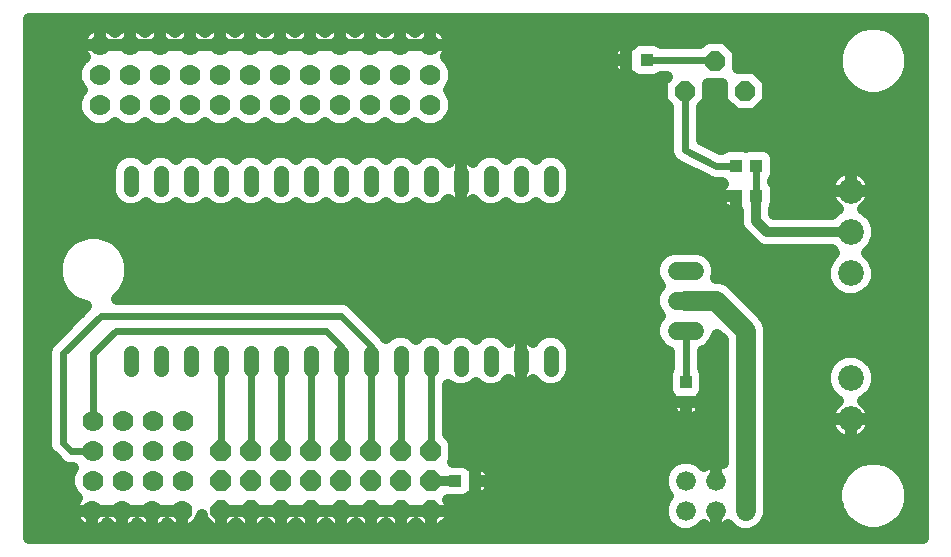
<source format=gbl>
G75*
%MOIN*%
%OFA0B0*%
%FSLAX25Y25*%
%IPPOS*%
%LPD*%
%AMOC8*
5,1,8,0,0,1.08239X$1,22.5*
%
%ADD10OC8,0.07000*%
%ADD11C,0.07000*%
%ADD12R,0.03937X0.04331*%
%ADD13C,0.05150*%
%ADD14OC8,0.06600*%
%ADD15R,0.04331X0.03937*%
%ADD16C,0.06000*%
%ADD17C,0.08600*%
%ADD18C,0.06600*%
%ADD19C,0.04000*%
%ADD20C,0.02400*%
%ADD21C,0.03200*%
%ADD22C,0.06600*%
D10*
X0107713Y0016295D03*
X0107621Y0026289D03*
X0117621Y0026289D03*
X0127621Y0026289D03*
X0137621Y0026289D03*
X0137713Y0016295D03*
X0127713Y0016295D03*
X0117713Y0016295D03*
X0117603Y0036283D03*
X0127603Y0036283D03*
X0137603Y0036283D03*
X0147603Y0036283D03*
X0157603Y0036283D03*
X0167603Y0036283D03*
X0177603Y0036283D03*
X0177621Y0026289D03*
X0167621Y0026289D03*
X0167713Y0016295D03*
X0177713Y0016295D03*
X0157713Y0016295D03*
X0147713Y0016295D03*
X0147621Y0026289D03*
X0157621Y0026289D03*
X0107603Y0036283D03*
D11*
X0095095Y0036256D03*
X0085095Y0036256D03*
X0075095Y0036256D03*
X0065095Y0036256D03*
X0065095Y0046256D03*
X0075095Y0046256D03*
X0085095Y0046256D03*
X0095095Y0046256D03*
X0095095Y0026256D03*
X0085095Y0026256D03*
X0075095Y0026256D03*
X0065095Y0026256D03*
X0064859Y0016217D03*
X0074859Y0016217D03*
X0084859Y0016217D03*
X0094859Y0016217D03*
X0097438Y0151531D03*
X0107438Y0151531D03*
X0117438Y0151531D03*
X0127438Y0151531D03*
X0137438Y0151531D03*
X0147438Y0151531D03*
X0157438Y0151531D03*
X0167438Y0151531D03*
X0177438Y0151531D03*
X0177438Y0161531D03*
X0167438Y0161531D03*
X0157438Y0161531D03*
X0147438Y0161531D03*
X0137438Y0161531D03*
X0127438Y0161531D03*
X0117438Y0161531D03*
X0107438Y0161531D03*
X0097438Y0161531D03*
X0087438Y0161531D03*
X0077438Y0161531D03*
X0067438Y0161531D03*
X0067438Y0151531D03*
X0077438Y0151531D03*
X0087438Y0151531D03*
X0087438Y0171531D03*
X0077438Y0171531D03*
X0067438Y0171531D03*
X0097438Y0171531D03*
X0107438Y0171531D03*
X0117438Y0171531D03*
X0127438Y0171531D03*
X0137438Y0171531D03*
X0147438Y0171531D03*
X0157438Y0171531D03*
X0167438Y0171531D03*
X0177438Y0171531D03*
D12*
X0242867Y0166448D03*
X0249560Y0166448D03*
X0279493Y0131193D03*
X0286186Y0131193D03*
X0262733Y0059081D03*
X0262733Y0052389D03*
D13*
X0217595Y0063642D02*
X0217595Y0068791D01*
X0207595Y0068791D02*
X0207595Y0063642D01*
X0197595Y0063642D02*
X0197595Y0068791D01*
X0187595Y0068791D02*
X0187595Y0063642D01*
X0177595Y0063642D02*
X0177595Y0068791D01*
X0167595Y0068791D02*
X0167595Y0063642D01*
X0157595Y0063642D02*
X0157595Y0068791D01*
X0147595Y0068791D02*
X0147595Y0063642D01*
X0137595Y0063642D02*
X0137595Y0068791D01*
X0127595Y0068791D02*
X0127595Y0063642D01*
X0117595Y0063642D02*
X0117595Y0068791D01*
X0107595Y0068791D02*
X0107595Y0063642D01*
X0097595Y0063642D02*
X0097595Y0068791D01*
X0087595Y0068791D02*
X0087595Y0063642D01*
X0077595Y0063642D02*
X0077595Y0068791D01*
X0077595Y0123642D02*
X0077595Y0128791D01*
X0087595Y0128791D02*
X0087595Y0123642D01*
X0097595Y0123642D02*
X0097595Y0128791D01*
X0107595Y0128791D02*
X0107595Y0123642D01*
X0117595Y0123642D02*
X0117595Y0128791D01*
X0127595Y0128791D02*
X0127595Y0123642D01*
X0137595Y0123642D02*
X0137595Y0128791D01*
X0147595Y0128791D02*
X0147595Y0123642D01*
X0157595Y0123642D02*
X0157595Y0128791D01*
X0167595Y0128791D02*
X0167595Y0123642D01*
X0177595Y0123642D02*
X0177595Y0128791D01*
X0187595Y0128791D02*
X0187595Y0123642D01*
X0197595Y0123642D02*
X0197595Y0128791D01*
X0207595Y0128791D02*
X0207595Y0123642D01*
X0217595Y0123642D02*
X0217595Y0128791D01*
D14*
X0262438Y0156177D03*
X0272438Y0166177D03*
X0282438Y0156177D03*
D15*
X0279320Y0121193D03*
X0286013Y0121193D03*
X0192394Y0026173D03*
X0185701Y0026173D03*
D16*
X0259595Y0076256D02*
X0265595Y0076256D01*
X0265595Y0086256D02*
X0259595Y0086256D01*
X0259595Y0096256D02*
X0265595Y0096256D01*
D17*
X0317595Y0095390D03*
X0317595Y0109169D03*
X0317595Y0122949D03*
X0317595Y0060449D03*
X0317595Y0046669D03*
D18*
X0282584Y0026231D03*
X0272584Y0026231D03*
X0272595Y0016256D03*
X0282595Y0016256D03*
X0262595Y0016256D03*
X0262584Y0026231D03*
D19*
X0043595Y0007256D02*
X0043595Y0180256D01*
X0341595Y0180256D01*
X0341595Y0180062D01*
X0341595Y0007256D01*
X0043595Y0007256D01*
X0043595Y0010202D02*
X0062393Y0010202D01*
X0062765Y0010048D02*
X0061978Y0010374D01*
X0061240Y0010800D01*
X0060564Y0011319D01*
X0059961Y0011922D01*
X0059443Y0012598D01*
X0059017Y0013335D01*
X0058691Y0014123D01*
X0058470Y0014946D01*
X0058359Y0015790D01*
X0058359Y0016216D01*
X0064859Y0016216D01*
X0064859Y0009717D01*
X0065285Y0009717D01*
X0066130Y0009828D01*
X0066953Y0010048D01*
X0067740Y0010374D01*
X0068478Y0010800D01*
X0069154Y0011319D01*
X0069756Y0011922D01*
X0069859Y0012055D01*
X0069961Y0011922D01*
X0070564Y0011319D01*
X0071240Y0010800D01*
X0071978Y0010374D01*
X0072765Y0010048D01*
X0073588Y0009828D01*
X0074433Y0009717D01*
X0074859Y0009717D01*
X0075285Y0009717D01*
X0076130Y0009828D01*
X0076953Y0010048D01*
X0077740Y0010374D01*
X0078478Y0010800D01*
X0079154Y0011319D01*
X0079756Y0011922D01*
X0079859Y0012055D01*
X0079961Y0011922D01*
X0080564Y0011319D01*
X0081240Y0010800D01*
X0081978Y0010374D01*
X0082765Y0010048D01*
X0083588Y0009828D01*
X0084433Y0009717D01*
X0084859Y0009717D01*
X0085285Y0009717D01*
X0086130Y0009828D01*
X0086953Y0010048D01*
X0087740Y0010374D01*
X0088478Y0010800D01*
X0089154Y0011319D01*
X0089756Y0011922D01*
X0089859Y0012055D01*
X0089961Y0011922D01*
X0090564Y0011319D01*
X0091240Y0010800D01*
X0091978Y0010374D01*
X0092765Y0010048D01*
X0093588Y0009828D01*
X0094433Y0009717D01*
X0094859Y0009717D01*
X0095285Y0009717D01*
X0096130Y0009828D01*
X0096953Y0010048D01*
X0097740Y0010374D01*
X0098478Y0010800D01*
X0099154Y0011319D01*
X0099756Y0011922D01*
X0100275Y0012598D01*
X0100701Y0013335D01*
X0101027Y0014123D01*
X0101213Y0014817D01*
X0101213Y0013603D01*
X0105021Y0009795D01*
X0107713Y0009795D01*
X0107713Y0016295D01*
X0107713Y0016295D01*
X0107713Y0009795D01*
X0110406Y0009795D01*
X0112713Y0012103D01*
X0115021Y0009795D01*
X0117713Y0009795D01*
X0117713Y0016295D01*
X0117713Y0016295D01*
X0111213Y0016295D01*
X0107713Y0016295D01*
X0107713Y0016295D01*
X0117713Y0016295D01*
X0117713Y0016295D01*
X0117713Y0009795D01*
X0120406Y0009795D01*
X0122713Y0012103D01*
X0125021Y0009795D01*
X0127713Y0009795D01*
X0127713Y0016295D01*
X0127713Y0016295D01*
X0121213Y0016295D01*
X0117713Y0016295D01*
X0117713Y0016295D01*
X0127713Y0016295D01*
X0127713Y0016295D01*
X0127713Y0009795D01*
X0130406Y0009795D01*
X0132713Y0012103D01*
X0135021Y0009795D01*
X0137713Y0009795D01*
X0137713Y0016295D01*
X0137713Y0016295D01*
X0131213Y0016295D01*
X0127713Y0016295D01*
X0127713Y0016295D01*
X0137713Y0016295D01*
X0137713Y0016295D01*
X0137713Y0009795D01*
X0140406Y0009795D01*
X0142713Y0012103D01*
X0145021Y0009795D01*
X0147713Y0009795D01*
X0147713Y0016295D01*
X0147713Y0016295D01*
X0141213Y0016295D01*
X0137713Y0016295D01*
X0137713Y0016295D01*
X0147713Y0016295D01*
X0147713Y0016295D01*
X0147713Y0009795D01*
X0150406Y0009795D01*
X0152713Y0012103D01*
X0155021Y0009795D01*
X0157713Y0009795D01*
X0157713Y0016295D01*
X0157713Y0016295D01*
X0151213Y0016295D01*
X0147713Y0016295D01*
X0147713Y0016295D01*
X0157713Y0016295D01*
X0157713Y0016295D01*
X0157713Y0009795D01*
X0160406Y0009795D01*
X0162713Y0012103D01*
X0165021Y0009795D01*
X0167713Y0009795D01*
X0167713Y0016295D01*
X0167713Y0016295D01*
X0161213Y0016295D01*
X0157713Y0016295D01*
X0157713Y0016295D01*
X0167713Y0016295D01*
X0167713Y0016295D01*
X0167713Y0009795D01*
X0170406Y0009795D01*
X0172713Y0012103D01*
X0175021Y0009795D01*
X0177713Y0009795D01*
X0177713Y0016295D01*
X0177713Y0016295D01*
X0174213Y0016295D01*
X0167713Y0016295D01*
X0167713Y0016295D01*
X0177713Y0016295D01*
X0177713Y0016295D01*
X0177713Y0009795D01*
X0180406Y0009795D01*
X0184213Y0013603D01*
X0184213Y0016295D01*
X0177713Y0016295D01*
X0177713Y0016295D01*
X0184213Y0016295D01*
X0184213Y0018988D01*
X0183396Y0019805D01*
X0188742Y0019805D01*
X0190359Y0020475D01*
X0191089Y0021205D01*
X0192394Y0021205D01*
X0192394Y0026173D01*
X0192394Y0026173D01*
X0192394Y0021205D01*
X0194855Y0021205D01*
X0195435Y0021320D01*
X0195981Y0021546D01*
X0196472Y0021874D01*
X0196890Y0022292D01*
X0197218Y0022784D01*
X0197444Y0023330D01*
X0197559Y0023909D01*
X0197559Y0026173D01*
X0192394Y0026173D01*
X0192394Y0026173D01*
X0192394Y0031142D01*
X0191089Y0031142D01*
X0190359Y0031872D01*
X0188742Y0032542D01*
X0185033Y0032542D01*
X0185503Y0033011D01*
X0185503Y0039556D01*
X0183265Y0041794D01*
X0183218Y0058155D01*
X0183644Y0057729D01*
X0186208Y0056667D01*
X0188983Y0056667D01*
X0191546Y0057729D01*
X0192595Y0058778D01*
X0193644Y0057729D01*
X0196208Y0056667D01*
X0198983Y0056667D01*
X0201546Y0057729D01*
X0203508Y0059691D01*
X0203553Y0059800D01*
X0203963Y0059390D01*
X0204673Y0058874D01*
X0205455Y0058475D01*
X0206290Y0058204D01*
X0207156Y0058067D01*
X0207595Y0058067D01*
X0207595Y0066216D01*
X0207595Y0066216D01*
X0207595Y0058067D01*
X0208034Y0058067D01*
X0208901Y0058204D01*
X0209735Y0058475D01*
X0210517Y0058874D01*
X0211227Y0059390D01*
X0211637Y0059800D01*
X0211682Y0059691D01*
X0213644Y0057729D01*
X0216208Y0056667D01*
X0218983Y0056667D01*
X0221546Y0057729D01*
X0223508Y0059691D01*
X0224570Y0062254D01*
X0224570Y0070179D01*
X0223508Y0072742D01*
X0221546Y0074704D01*
X0218983Y0075766D01*
X0216208Y0075766D01*
X0213644Y0074704D01*
X0211682Y0072742D01*
X0211637Y0072633D01*
X0211227Y0073044D01*
X0210517Y0073559D01*
X0209735Y0073958D01*
X0208901Y0074229D01*
X0208034Y0074366D01*
X0207595Y0074366D01*
X0207156Y0074366D01*
X0206290Y0074229D01*
X0205455Y0073958D01*
X0204673Y0073559D01*
X0203963Y0073044D01*
X0203553Y0072633D01*
X0203508Y0072742D01*
X0201546Y0074704D01*
X0198983Y0075766D01*
X0196208Y0075766D01*
X0193644Y0074704D01*
X0192595Y0073655D01*
X0191546Y0074704D01*
X0188983Y0075766D01*
X0186208Y0075766D01*
X0183644Y0074704D01*
X0182595Y0073655D01*
X0181546Y0074704D01*
X0178983Y0075766D01*
X0176208Y0075766D01*
X0173644Y0074704D01*
X0172595Y0073655D01*
X0171546Y0074704D01*
X0168983Y0075766D01*
X0166208Y0075766D01*
X0163644Y0074704D01*
X0162643Y0073703D01*
X0162343Y0074428D01*
X0150767Y0086003D01*
X0148709Y0086856D01*
X0072935Y0086856D01*
X0075022Y0088943D01*
X0076641Y0091748D01*
X0077479Y0094876D01*
X0077479Y0098114D01*
X0076641Y0101242D01*
X0075022Y0104047D01*
X0072732Y0106337D01*
X0069927Y0107956D01*
X0066799Y0108794D01*
X0063561Y0108794D01*
X0060433Y0107956D01*
X0057628Y0106337D01*
X0055338Y0104047D01*
X0053719Y0101242D01*
X0052881Y0098114D01*
X0052881Y0094876D01*
X0053719Y0091748D01*
X0055338Y0088943D01*
X0057628Y0086653D01*
X0060433Y0085034D01*
X0062815Y0084395D01*
X0050348Y0071928D01*
X0049495Y0069870D01*
X0049495Y0037642D01*
X0050348Y0035584D01*
X0051923Y0034008D01*
X0054423Y0031508D01*
X0056481Y0030656D01*
X0058367Y0030656D01*
X0057195Y0027827D01*
X0057195Y0024684D01*
X0058398Y0021781D01*
X0059834Y0020345D01*
X0059443Y0019835D01*
X0059017Y0019098D01*
X0058691Y0018310D01*
X0058470Y0017487D01*
X0058359Y0016643D01*
X0058359Y0016217D01*
X0064859Y0016217D01*
X0074859Y0016217D01*
X0084859Y0016217D01*
X0094859Y0016217D01*
X0094859Y0016216D01*
X0094859Y0009717D01*
X0094859Y0016216D01*
X0094859Y0016216D01*
X0091359Y0016216D01*
X0084859Y0016216D01*
X0084859Y0009717D01*
X0084859Y0016216D01*
X0084859Y0016216D01*
X0084859Y0016217D01*
X0084859Y0016216D01*
X0078359Y0016216D01*
X0074859Y0016216D01*
X0074859Y0009717D01*
X0074859Y0016216D01*
X0074859Y0016216D01*
X0074859Y0016217D01*
X0074859Y0016216D01*
X0068359Y0016216D01*
X0064859Y0016216D01*
X0064859Y0016216D01*
X0064859Y0009717D01*
X0064433Y0009717D01*
X0063588Y0009828D01*
X0062765Y0010048D01*
X0064859Y0010202D02*
X0064859Y0010202D01*
X0067325Y0010202D02*
X0072393Y0010202D01*
X0074859Y0010202D02*
X0074859Y0010202D01*
X0077325Y0010202D02*
X0082393Y0010202D01*
X0084859Y0010202D02*
X0084859Y0010202D01*
X0087325Y0010202D02*
X0092393Y0010202D01*
X0094859Y0010202D02*
X0094859Y0010202D01*
X0097325Y0010202D02*
X0104614Y0010202D01*
X0107713Y0010202D02*
X0107713Y0010202D01*
X0110813Y0010202D02*
X0114614Y0010202D01*
X0117713Y0010202D02*
X0117713Y0010202D01*
X0120813Y0010202D02*
X0124614Y0010202D01*
X0127713Y0010202D02*
X0127713Y0010202D01*
X0130813Y0010202D02*
X0134614Y0010202D01*
X0137713Y0010202D02*
X0137713Y0010202D01*
X0140813Y0010202D02*
X0144614Y0010202D01*
X0147713Y0010202D02*
X0147713Y0010202D01*
X0150813Y0010202D02*
X0154614Y0010202D01*
X0157713Y0010202D02*
X0157713Y0010202D01*
X0160813Y0010202D02*
X0164614Y0010202D01*
X0167713Y0010202D02*
X0167713Y0010202D01*
X0170813Y0010202D02*
X0174614Y0010202D01*
X0177713Y0010202D02*
X0177713Y0010202D01*
X0180813Y0010202D02*
X0257759Y0010202D01*
X0258233Y0009728D02*
X0261064Y0008556D01*
X0264127Y0008556D01*
X0266957Y0009728D01*
X0268600Y0011371D01*
X0269293Y0010868D01*
X0270177Y0010417D01*
X0271120Y0010111D01*
X0272099Y0009956D01*
X0272595Y0009956D01*
X0272595Y0016256D01*
X0272595Y0016256D01*
X0272595Y0009956D01*
X0273091Y0009956D01*
X0274070Y0010111D01*
X0275013Y0010417D01*
X0275897Y0010868D01*
X0276590Y0011371D01*
X0278233Y0009728D01*
X0281064Y0008556D01*
X0284127Y0008556D01*
X0286957Y0009728D01*
X0289123Y0011894D01*
X0290295Y0014724D01*
X0290295Y0017788D01*
X0290284Y0017814D01*
X0290284Y0024684D01*
X0290295Y0024710D01*
X0290295Y0077788D01*
X0289123Y0080618D01*
X0286957Y0082784D01*
X0276957Y0092784D01*
X0274127Y0093956D01*
X0272652Y0093956D01*
X0272995Y0094784D01*
X0272995Y0097728D01*
X0271869Y0100448D01*
X0269787Y0102529D01*
X0267067Y0103656D01*
X0258123Y0103656D01*
X0255403Y0102529D01*
X0253322Y0100448D01*
X0252195Y0097728D01*
X0252195Y0094784D01*
X0253322Y0092064D01*
X0254130Y0091256D01*
X0253322Y0090448D01*
X0252195Y0087728D01*
X0252195Y0084784D01*
X0253322Y0082064D01*
X0254130Y0081256D01*
X0253322Y0080448D01*
X0252195Y0077728D01*
X0252195Y0074784D01*
X0253322Y0072064D01*
X0255403Y0069982D01*
X0257133Y0069266D01*
X0257133Y0063838D01*
X0257034Y0063739D01*
X0256364Y0062122D01*
X0256364Y0056041D01*
X0257034Y0054424D01*
X0257764Y0053694D01*
X0257764Y0052389D01*
X0262733Y0052389D01*
X0267701Y0052389D01*
X0267701Y0053694D01*
X0268432Y0054424D01*
X0269101Y0056041D01*
X0269101Y0062122D01*
X0268432Y0063739D01*
X0268333Y0063838D01*
X0268333Y0069380D01*
X0269787Y0069982D01*
X0271869Y0072064D01*
X0272995Y0074784D01*
X0272995Y0074966D01*
X0274895Y0073066D01*
X0274895Y0032104D01*
X0274059Y0032376D01*
X0273080Y0032531D01*
X0272584Y0032531D01*
X0272088Y0032531D01*
X0271109Y0032376D01*
X0270166Y0032069D01*
X0269282Y0031619D01*
X0268589Y0031115D01*
X0266946Y0032759D01*
X0264116Y0033931D01*
X0261053Y0033931D01*
X0258222Y0032759D01*
X0256056Y0030593D01*
X0254884Y0027763D01*
X0254884Y0024699D01*
X0256056Y0021869D01*
X0256688Y0021238D01*
X0256067Y0020618D01*
X0254895Y0017788D01*
X0254895Y0014724D01*
X0256067Y0011894D01*
X0258233Y0009728D01*
X0255112Y0014201D02*
X0184213Y0014201D01*
X0184213Y0018199D02*
X0255066Y0018199D01*
X0255920Y0022198D02*
X0196795Y0022198D01*
X0197559Y0026173D02*
X0192394Y0026173D01*
X0192394Y0026173D01*
X0192394Y0031142D01*
X0194855Y0031142D01*
X0195435Y0031026D01*
X0195981Y0030800D01*
X0196472Y0030472D01*
X0196890Y0030054D01*
X0197218Y0029563D01*
X0197444Y0029017D01*
X0197559Y0028437D01*
X0197559Y0026173D01*
X0197559Y0026196D02*
X0254884Y0026196D01*
X0255892Y0030195D02*
X0196749Y0030195D01*
X0192394Y0030195D02*
X0192394Y0030195D01*
X0192394Y0026196D02*
X0192394Y0026196D01*
X0192394Y0022198D02*
X0192394Y0022198D01*
X0185503Y0034193D02*
X0274895Y0034193D01*
X0272584Y0032531D02*
X0272584Y0026231D01*
X0272584Y0032531D01*
X0272584Y0030195D02*
X0272584Y0030195D01*
X0272584Y0026231D02*
X0272584Y0026231D01*
X0272595Y0014201D02*
X0272595Y0014201D01*
X0272595Y0010202D02*
X0272595Y0010202D01*
X0270839Y0010202D02*
X0267431Y0010202D01*
X0274351Y0010202D02*
X0277759Y0010202D01*
X0287431Y0010202D02*
X0319642Y0010202D01*
X0320425Y0009750D02*
X0323553Y0008912D01*
X0326792Y0008912D01*
X0329920Y0009750D01*
X0332724Y0011370D01*
X0335014Y0013660D01*
X0336634Y0016464D01*
X0337472Y0019592D01*
X0337472Y0022831D01*
X0336634Y0025959D01*
X0335014Y0028763D01*
X0332724Y0031053D01*
X0329920Y0032672D01*
X0326792Y0033511D01*
X0323553Y0033511D01*
X0320425Y0032672D01*
X0317621Y0031053D01*
X0315331Y0028763D01*
X0313711Y0025959D01*
X0312873Y0022831D01*
X0312873Y0019592D01*
X0313711Y0016464D01*
X0315331Y0013660D01*
X0317621Y0011370D01*
X0320425Y0009750D01*
X0315018Y0014201D02*
X0290078Y0014201D01*
X0290284Y0018199D02*
X0313246Y0018199D01*
X0312873Y0022198D02*
X0290284Y0022198D01*
X0290295Y0026196D02*
X0313849Y0026196D01*
X0316762Y0030195D02*
X0290295Y0030195D01*
X0290295Y0034193D02*
X0341595Y0034193D01*
X0341595Y0030195D02*
X0333583Y0030195D01*
X0336496Y0026196D02*
X0341595Y0026196D01*
X0341595Y0022198D02*
X0337472Y0022198D01*
X0337098Y0018199D02*
X0341595Y0018199D01*
X0341595Y0014201D02*
X0335327Y0014201D01*
X0330703Y0010202D02*
X0341595Y0010202D01*
X0341595Y0038192D02*
X0290295Y0038192D01*
X0290295Y0042190D02*
X0311830Y0042190D01*
X0312095Y0041846D02*
X0312772Y0041169D01*
X0313531Y0040587D01*
X0314359Y0040108D01*
X0315244Y0039742D01*
X0316168Y0039494D01*
X0317117Y0039369D01*
X0317595Y0039369D01*
X0317595Y0046669D01*
X0317595Y0046669D01*
X0310295Y0046669D01*
X0310295Y0046191D01*
X0310420Y0045242D01*
X0310668Y0044318D01*
X0311034Y0043434D01*
X0311512Y0042605D01*
X0312095Y0041846D01*
X0310295Y0046189D02*
X0290295Y0046189D01*
X0290295Y0050187D02*
X0311197Y0050187D01*
X0311034Y0049905D02*
X0311512Y0050734D01*
X0312095Y0051493D01*
X0312772Y0052169D01*
X0313500Y0052728D01*
X0312667Y0053073D01*
X0310220Y0055521D01*
X0308895Y0058718D01*
X0308895Y0062179D01*
X0310220Y0065377D01*
X0312667Y0067824D01*
X0315865Y0069149D01*
X0319326Y0069149D01*
X0322523Y0067824D01*
X0324971Y0065377D01*
X0326295Y0062179D01*
X0326295Y0058718D01*
X0324971Y0055521D01*
X0322523Y0053073D01*
X0321690Y0052728D01*
X0322419Y0052169D01*
X0323095Y0051493D01*
X0323678Y0050734D01*
X0324156Y0049905D01*
X0324523Y0049021D01*
X0324770Y0048097D01*
X0324895Y0047148D01*
X0324895Y0046669D01*
X0317595Y0046669D01*
X0317595Y0046669D01*
X0317595Y0039369D01*
X0318074Y0039369D01*
X0319022Y0039494D01*
X0319947Y0039742D01*
X0320831Y0040108D01*
X0321659Y0040587D01*
X0322419Y0041169D01*
X0323095Y0041846D01*
X0323678Y0042605D01*
X0324156Y0043434D01*
X0324523Y0044318D01*
X0324770Y0045242D01*
X0324895Y0046191D01*
X0324895Y0046669D01*
X0317595Y0046669D01*
X0317595Y0046669D01*
X0310295Y0046669D01*
X0310295Y0047148D01*
X0310420Y0048097D01*
X0310668Y0049021D01*
X0311034Y0049905D01*
X0311554Y0054186D02*
X0290295Y0054186D01*
X0290295Y0058184D02*
X0309116Y0058184D01*
X0308897Y0062183D02*
X0290295Y0062183D01*
X0290295Y0066181D02*
X0311024Y0066181D01*
X0324166Y0066181D02*
X0341595Y0066181D01*
X0341595Y0070180D02*
X0290295Y0070180D01*
X0290295Y0074178D02*
X0341595Y0074178D01*
X0341595Y0078177D02*
X0290134Y0078177D01*
X0287565Y0082176D02*
X0341595Y0082176D01*
X0341595Y0086174D02*
X0283566Y0086174D01*
X0279568Y0090173D02*
X0310509Y0090173D01*
X0310220Y0090462D02*
X0312667Y0088014D01*
X0315865Y0086690D01*
X0319326Y0086690D01*
X0322523Y0088014D01*
X0324971Y0090462D01*
X0326295Y0093659D01*
X0326295Y0097120D01*
X0324971Y0100318D01*
X0323009Y0102280D01*
X0324971Y0104241D01*
X0326295Y0107439D01*
X0326295Y0110900D01*
X0324971Y0114097D01*
X0322523Y0116545D01*
X0321690Y0116890D01*
X0322419Y0117449D01*
X0323095Y0118125D01*
X0323678Y0118884D01*
X0324156Y0119713D01*
X0324523Y0120597D01*
X0324770Y0121522D01*
X0324895Y0122470D01*
X0324895Y0122949D01*
X0324895Y0123427D01*
X0324770Y0124376D01*
X0324523Y0125300D01*
X0324156Y0126184D01*
X0323678Y0127013D01*
X0323095Y0127772D01*
X0322419Y0128449D01*
X0321659Y0129032D01*
X0320831Y0129510D01*
X0319947Y0129876D01*
X0319022Y0130124D01*
X0318074Y0130249D01*
X0317595Y0130249D01*
X0317117Y0130249D01*
X0316168Y0130124D01*
X0315244Y0129876D01*
X0314359Y0129510D01*
X0313531Y0129032D01*
X0312772Y0128449D01*
X0312095Y0127772D01*
X0311512Y0127013D01*
X0311034Y0126184D01*
X0310668Y0125300D01*
X0310420Y0124376D01*
X0310295Y0123427D01*
X0310295Y0122949D01*
X0317595Y0122949D01*
X0317595Y0130249D01*
X0317595Y0122949D01*
X0317595Y0122949D01*
X0317595Y0122949D01*
X0310295Y0122949D01*
X0310295Y0122470D01*
X0310420Y0121522D01*
X0310668Y0120597D01*
X0311034Y0119713D01*
X0311512Y0118884D01*
X0312095Y0118125D01*
X0312772Y0117449D01*
X0313500Y0116890D01*
X0312667Y0116545D01*
X0311291Y0115169D01*
X0292167Y0115169D01*
X0292013Y0115323D01*
X0292013Y0116984D01*
X0292579Y0118349D01*
X0292579Y0124037D01*
X0291909Y0125654D01*
X0291613Y0125949D01*
X0291613Y0126264D01*
X0291884Y0126535D01*
X0292554Y0128152D01*
X0292554Y0134233D01*
X0291884Y0135851D01*
X0290647Y0137088D01*
X0289029Y0137758D01*
X0283342Y0137758D01*
X0282839Y0137550D01*
X0282336Y0137758D01*
X0276649Y0137758D01*
X0275032Y0137088D01*
X0274799Y0136856D01*
X0273935Y0136856D01*
X0268038Y0139850D01*
X0268038Y0150888D01*
X0270138Y0152988D01*
X0270138Y0158477D01*
X0274738Y0158477D01*
X0274738Y0152988D01*
X0279248Y0148477D01*
X0285627Y0148477D01*
X0290138Y0152988D01*
X0290138Y0159367D01*
X0285627Y0163877D01*
X0280138Y0163877D01*
X0280138Y0169367D01*
X0275627Y0173877D01*
X0269248Y0173877D01*
X0267419Y0172048D01*
X0254316Y0172048D01*
X0254021Y0172344D01*
X0252403Y0173013D01*
X0246716Y0173013D01*
X0245099Y0172344D01*
X0244369Y0171613D01*
X0242867Y0171613D01*
X0242867Y0166448D01*
X0242867Y0161283D01*
X0244369Y0161283D01*
X0245099Y0160553D01*
X0246716Y0159883D01*
X0252403Y0159883D01*
X0254021Y0160553D01*
X0254316Y0160848D01*
X0256219Y0160848D01*
X0254738Y0159367D01*
X0254738Y0152988D01*
X0256838Y0150888D01*
X0256838Y0136629D01*
X0256768Y0135734D01*
X0256838Y0135522D01*
X0256838Y0135299D01*
X0257181Y0134470D01*
X0257460Y0133616D01*
X0257605Y0133447D01*
X0257690Y0133241D01*
X0258325Y0132606D01*
X0258909Y0131924D01*
X0259108Y0131824D01*
X0259266Y0131666D01*
X0260095Y0131322D01*
X0269265Y0126666D01*
X0269423Y0126508D01*
X0270252Y0126165D01*
X0271053Y0125758D01*
X0271275Y0125741D01*
X0271481Y0125656D01*
X0272379Y0125656D01*
X0273274Y0125587D01*
X0273486Y0125656D01*
X0274673Y0125656D01*
X0275032Y0125297D01*
X0275044Y0125293D01*
X0274825Y0125074D01*
X0274496Y0124582D01*
X0274270Y0124036D01*
X0274155Y0123457D01*
X0274155Y0121193D01*
X0279320Y0121193D01*
X0279320Y0121193D01*
X0274155Y0121193D01*
X0274155Y0118929D01*
X0274270Y0118349D01*
X0274496Y0117803D01*
X0274825Y0117312D01*
X0275243Y0116894D01*
X0275734Y0116566D01*
X0276280Y0116340D01*
X0276859Y0116224D01*
X0279320Y0116224D01*
X0279320Y0121193D01*
X0279320Y0121193D01*
X0279320Y0116224D01*
X0280013Y0116224D01*
X0280013Y0111644D01*
X0280927Y0109439D01*
X0282615Y0107751D01*
X0286283Y0104083D01*
X0288488Y0103169D01*
X0311291Y0103169D01*
X0312181Y0102280D01*
X0310220Y0100318D01*
X0308895Y0097120D01*
X0308895Y0093659D01*
X0310220Y0090462D01*
X0308895Y0094171D02*
X0272741Y0094171D01*
X0272812Y0098170D02*
X0309330Y0098170D01*
X0312070Y0102168D02*
X0270148Y0102168D01*
X0280626Y0110165D02*
X0043595Y0110165D01*
X0043595Y0106167D02*
X0057458Y0106167D01*
X0054253Y0102168D02*
X0043595Y0102168D01*
X0043595Y0098170D02*
X0052896Y0098170D01*
X0053070Y0094171D02*
X0043595Y0094171D01*
X0043595Y0090173D02*
X0054628Y0090173D01*
X0058458Y0086174D02*
X0043595Y0086174D01*
X0043595Y0082176D02*
X0060595Y0082176D01*
X0056597Y0078177D02*
X0043595Y0078177D01*
X0043595Y0074178D02*
X0052598Y0074178D01*
X0049624Y0070180D02*
X0043595Y0070180D01*
X0043595Y0066181D02*
X0049495Y0066181D01*
X0049495Y0062183D02*
X0043595Y0062183D01*
X0043595Y0058184D02*
X0049495Y0058184D01*
X0049495Y0054186D02*
X0043595Y0054186D01*
X0043595Y0050187D02*
X0049495Y0050187D01*
X0049495Y0046189D02*
X0043595Y0046189D01*
X0043595Y0042190D02*
X0049495Y0042190D01*
X0049495Y0038192D02*
X0043595Y0038192D01*
X0043595Y0034193D02*
X0051738Y0034193D01*
X0058176Y0030195D02*
X0043595Y0030195D01*
X0043595Y0026196D02*
X0057195Y0026196D01*
X0058225Y0022198D02*
X0043595Y0022198D01*
X0043595Y0018199D02*
X0058661Y0018199D01*
X0058670Y0014201D02*
X0043595Y0014201D01*
X0064859Y0014201D02*
X0064859Y0014201D01*
X0064859Y0016216D02*
X0064859Y0016217D01*
X0064859Y0016216D01*
X0074859Y0014201D02*
X0074859Y0014201D01*
X0084859Y0014201D02*
X0084859Y0014201D01*
X0094859Y0014201D02*
X0094859Y0014201D01*
X0101048Y0014201D02*
X0101213Y0014201D01*
X0107713Y0014201D02*
X0107713Y0014201D01*
X0117713Y0014201D02*
X0117713Y0014201D01*
X0127713Y0014201D02*
X0127713Y0014201D01*
X0137713Y0014201D02*
X0137713Y0014201D01*
X0147713Y0014201D02*
X0147713Y0014201D01*
X0157713Y0014201D02*
X0157713Y0014201D01*
X0167713Y0014201D02*
X0167713Y0014201D01*
X0177713Y0014201D02*
X0177713Y0014201D01*
X0185503Y0038192D02*
X0274895Y0038192D01*
X0274895Y0042190D02*
X0183264Y0042190D01*
X0183252Y0046189D02*
X0274895Y0046189D01*
X0267586Y0049348D02*
X0267701Y0049928D01*
X0267701Y0052388D01*
X0262733Y0052388D01*
X0262733Y0047223D01*
X0264997Y0047223D01*
X0265577Y0047339D01*
X0266122Y0047565D01*
X0266614Y0047893D01*
X0267032Y0048311D01*
X0267360Y0048802D01*
X0267586Y0049348D01*
X0267701Y0050187D02*
X0274895Y0050187D01*
X0274895Y0054186D02*
X0268194Y0054186D01*
X0269101Y0058184D02*
X0274895Y0058184D01*
X0274895Y0062183D02*
X0269076Y0062183D01*
X0268333Y0066181D02*
X0274895Y0066181D01*
X0274895Y0070180D02*
X0269984Y0070180D01*
X0272744Y0074178D02*
X0273783Y0074178D01*
X0257133Y0066181D02*
X0224570Y0066181D01*
X0224569Y0070180D02*
X0255206Y0070180D01*
X0252446Y0074178D02*
X0222072Y0074178D01*
X0213118Y0074178D02*
X0209056Y0074178D01*
X0207595Y0074178D02*
X0207595Y0074178D01*
X0207595Y0074366D02*
X0207595Y0066217D01*
X0207595Y0074366D01*
X0206135Y0074178D02*
X0202072Y0074178D01*
X0207595Y0070180D02*
X0207595Y0070180D01*
X0207595Y0066217D02*
X0207595Y0066217D01*
X0207595Y0066181D02*
X0207595Y0066181D01*
X0207595Y0062183D02*
X0207595Y0062183D01*
X0207595Y0058184D02*
X0207595Y0058184D01*
X0206414Y0058184D02*
X0202002Y0058184D01*
X0208776Y0058184D02*
X0213189Y0058184D01*
X0222002Y0058184D02*
X0256364Y0058184D01*
X0256390Y0062183D02*
X0224540Y0062183D01*
X0193189Y0058184D02*
X0192002Y0058184D01*
X0183229Y0054186D02*
X0257272Y0054186D01*
X0257764Y0052388D02*
X0257764Y0049928D01*
X0257880Y0049348D01*
X0258106Y0048802D01*
X0258434Y0048311D01*
X0258852Y0047893D01*
X0259343Y0047565D01*
X0259889Y0047339D01*
X0260469Y0047223D01*
X0262733Y0047223D01*
X0262733Y0052388D01*
X0262733Y0052388D01*
X0262733Y0052389D01*
X0262733Y0052388D01*
X0257764Y0052388D01*
X0257764Y0050187D02*
X0183241Y0050187D01*
X0183118Y0074178D02*
X0182072Y0074178D01*
X0173118Y0074178D02*
X0172072Y0074178D01*
X0163118Y0074178D02*
X0162446Y0074178D01*
X0158594Y0078177D02*
X0252381Y0078177D01*
X0253276Y0082176D02*
X0154595Y0082176D01*
X0150355Y0086174D02*
X0252195Y0086174D01*
X0253208Y0090173D02*
X0075732Y0090173D01*
X0077290Y0094171D02*
X0252449Y0094171D01*
X0252378Y0098170D02*
X0077464Y0098170D01*
X0076106Y0102168D02*
X0255042Y0102168D01*
X0274348Y0118162D02*
X0221979Y0118162D01*
X0221546Y0117729D02*
X0223508Y0119691D01*
X0224570Y0122254D01*
X0224570Y0130179D01*
X0223508Y0132742D01*
X0221546Y0134704D01*
X0218983Y0135766D01*
X0216208Y0135766D01*
X0213644Y0134704D01*
X0212595Y0133655D01*
X0211546Y0134704D01*
X0208983Y0135766D01*
X0206208Y0135766D01*
X0203644Y0134704D01*
X0202595Y0133655D01*
X0201546Y0134704D01*
X0198983Y0135766D01*
X0196208Y0135766D01*
X0193644Y0134704D01*
X0191682Y0132742D01*
X0191637Y0132633D01*
X0191227Y0133044D01*
X0190517Y0133559D01*
X0189735Y0133958D01*
X0188901Y0134229D01*
X0188034Y0134366D01*
X0187595Y0134366D01*
X0187156Y0134366D01*
X0186290Y0134229D01*
X0185455Y0133958D01*
X0184673Y0133559D01*
X0183963Y0133044D01*
X0183553Y0132633D01*
X0183508Y0132742D01*
X0181546Y0134704D01*
X0178983Y0135766D01*
X0176208Y0135766D01*
X0173644Y0134704D01*
X0172595Y0133655D01*
X0171546Y0134704D01*
X0168983Y0135766D01*
X0166208Y0135766D01*
X0163644Y0134704D01*
X0162595Y0133655D01*
X0161546Y0134704D01*
X0158983Y0135766D01*
X0156208Y0135766D01*
X0153644Y0134704D01*
X0152595Y0133655D01*
X0151546Y0134704D01*
X0148983Y0135766D01*
X0146208Y0135766D01*
X0143644Y0134704D01*
X0142595Y0133655D01*
X0141546Y0134704D01*
X0138983Y0135766D01*
X0136208Y0135766D01*
X0133644Y0134704D01*
X0132595Y0133655D01*
X0131546Y0134704D01*
X0128983Y0135766D01*
X0126208Y0135766D01*
X0123644Y0134704D01*
X0122595Y0133655D01*
X0121546Y0134704D01*
X0118983Y0135766D01*
X0116208Y0135766D01*
X0113644Y0134704D01*
X0112595Y0133655D01*
X0111546Y0134704D01*
X0108983Y0135766D01*
X0106208Y0135766D01*
X0103644Y0134704D01*
X0102595Y0133655D01*
X0101546Y0134704D01*
X0098983Y0135766D01*
X0096208Y0135766D01*
X0093644Y0134704D01*
X0092595Y0133655D01*
X0091546Y0134704D01*
X0088983Y0135766D01*
X0086208Y0135766D01*
X0083644Y0134704D01*
X0082595Y0133655D01*
X0081546Y0134704D01*
X0078983Y0135766D01*
X0076208Y0135766D01*
X0073644Y0134704D01*
X0071682Y0132742D01*
X0070620Y0130179D01*
X0070620Y0122254D01*
X0071682Y0119691D01*
X0073644Y0117729D01*
X0076208Y0116667D01*
X0078983Y0116667D01*
X0081546Y0117729D01*
X0082595Y0118778D01*
X0083644Y0117729D01*
X0086208Y0116667D01*
X0088983Y0116667D01*
X0091546Y0117729D01*
X0092595Y0118778D01*
X0093644Y0117729D01*
X0096208Y0116667D01*
X0098983Y0116667D01*
X0101546Y0117729D01*
X0102595Y0118778D01*
X0103644Y0117729D01*
X0106208Y0116667D01*
X0108983Y0116667D01*
X0111546Y0117729D01*
X0112595Y0118778D01*
X0113644Y0117729D01*
X0116208Y0116667D01*
X0118983Y0116667D01*
X0121546Y0117729D01*
X0122595Y0118778D01*
X0123644Y0117729D01*
X0126208Y0116667D01*
X0128983Y0116667D01*
X0131546Y0117729D01*
X0132595Y0118778D01*
X0133644Y0117729D01*
X0136208Y0116667D01*
X0138983Y0116667D01*
X0141546Y0117729D01*
X0142595Y0118778D01*
X0143644Y0117729D01*
X0146208Y0116667D01*
X0148983Y0116667D01*
X0151546Y0117729D01*
X0152595Y0118778D01*
X0153644Y0117729D01*
X0156208Y0116667D01*
X0158983Y0116667D01*
X0161546Y0117729D01*
X0162595Y0118778D01*
X0163644Y0117729D01*
X0166208Y0116667D01*
X0168983Y0116667D01*
X0171546Y0117729D01*
X0172595Y0118778D01*
X0173644Y0117729D01*
X0176208Y0116667D01*
X0178983Y0116667D01*
X0181546Y0117729D01*
X0183508Y0119691D01*
X0183553Y0119800D01*
X0183963Y0119390D01*
X0184673Y0118874D01*
X0185455Y0118475D01*
X0186290Y0118204D01*
X0187156Y0118067D01*
X0187595Y0118067D01*
X0187595Y0126216D01*
X0187595Y0126216D01*
X0187595Y0118067D01*
X0188034Y0118067D01*
X0188901Y0118204D01*
X0189735Y0118475D01*
X0190517Y0118874D01*
X0191227Y0119390D01*
X0191637Y0119800D01*
X0191682Y0119691D01*
X0193644Y0117729D01*
X0196208Y0116667D01*
X0198983Y0116667D01*
X0201546Y0117729D01*
X0202595Y0118778D01*
X0203644Y0117729D01*
X0206208Y0116667D01*
X0208983Y0116667D01*
X0211546Y0117729D01*
X0212595Y0118778D01*
X0213644Y0117729D01*
X0216208Y0116667D01*
X0218983Y0116667D01*
X0221546Y0117729D01*
X0224531Y0122161D02*
X0274155Y0122161D01*
X0270264Y0126159D02*
X0224570Y0126159D01*
X0224570Y0130158D02*
X0262389Y0130158D01*
X0257284Y0134156D02*
X0222094Y0134156D01*
X0213096Y0134156D02*
X0212094Y0134156D01*
X0203096Y0134156D02*
X0202094Y0134156D01*
X0193096Y0134156D02*
X0189124Y0134156D01*
X0187595Y0134156D02*
X0187595Y0134156D01*
X0187595Y0134366D02*
X0187595Y0126217D01*
X0187595Y0134366D01*
X0186066Y0134156D02*
X0182094Y0134156D01*
X0187595Y0130158D02*
X0187595Y0130158D01*
X0187595Y0126217D02*
X0187595Y0126217D01*
X0187595Y0126159D02*
X0187595Y0126159D01*
X0187595Y0122161D02*
X0187595Y0122161D01*
X0187595Y0118162D02*
X0187595Y0118162D01*
X0186555Y0118162D02*
X0181979Y0118162D01*
X0188635Y0118162D02*
X0193211Y0118162D01*
X0201979Y0118162D02*
X0203211Y0118162D01*
X0211979Y0118162D02*
X0213211Y0118162D01*
X0173211Y0118162D02*
X0171979Y0118162D01*
X0163211Y0118162D02*
X0161979Y0118162D01*
X0153211Y0118162D02*
X0151979Y0118162D01*
X0143211Y0118162D02*
X0141979Y0118162D01*
X0133211Y0118162D02*
X0131979Y0118162D01*
X0123211Y0118162D02*
X0121979Y0118162D01*
X0113211Y0118162D02*
X0111979Y0118162D01*
X0103211Y0118162D02*
X0101979Y0118162D01*
X0093211Y0118162D02*
X0091979Y0118162D01*
X0083211Y0118162D02*
X0081979Y0118162D01*
X0073211Y0118162D02*
X0043595Y0118162D01*
X0043595Y0114164D02*
X0280013Y0114164D01*
X0279320Y0118162D02*
X0279320Y0118162D01*
X0291613Y0126159D02*
X0311023Y0126159D01*
X0310336Y0122161D02*
X0292579Y0122161D01*
X0292501Y0118162D02*
X0312067Y0118162D01*
X0317595Y0122949D02*
X0317595Y0122949D01*
X0324895Y0122949D01*
X0317595Y0122949D01*
X0317595Y0126159D02*
X0317595Y0126159D01*
X0324167Y0126159D02*
X0341595Y0126159D01*
X0341595Y0122161D02*
X0324854Y0122161D01*
X0323124Y0118162D02*
X0341595Y0118162D01*
X0341595Y0114164D02*
X0324904Y0114164D01*
X0326295Y0110165D02*
X0341595Y0110165D01*
X0341595Y0106167D02*
X0325768Y0106167D01*
X0323120Y0102168D02*
X0341595Y0102168D01*
X0341595Y0098170D02*
X0325861Y0098170D01*
X0326295Y0094171D02*
X0341595Y0094171D01*
X0341595Y0090173D02*
X0324682Y0090173D01*
X0284199Y0106167D02*
X0072902Y0106167D01*
X0070659Y0122161D02*
X0043595Y0122161D01*
X0043595Y0126159D02*
X0070620Y0126159D01*
X0070620Y0130158D02*
X0043595Y0130158D01*
X0043595Y0134156D02*
X0073096Y0134156D01*
X0082094Y0134156D02*
X0083096Y0134156D01*
X0092094Y0134156D02*
X0093096Y0134156D01*
X0102094Y0134156D02*
X0103096Y0134156D01*
X0112094Y0134156D02*
X0113096Y0134156D01*
X0122094Y0134156D02*
X0123096Y0134156D01*
X0132094Y0134156D02*
X0133096Y0134156D01*
X0142094Y0134156D02*
X0143096Y0134156D01*
X0152094Y0134156D02*
X0153096Y0134156D01*
X0162094Y0134156D02*
X0163096Y0134156D01*
X0172094Y0134156D02*
X0173096Y0134156D01*
X0175866Y0143631D02*
X0172963Y0144834D01*
X0172438Y0145359D01*
X0171913Y0144834D01*
X0169009Y0143631D01*
X0165866Y0143631D01*
X0162963Y0144834D01*
X0162438Y0145359D01*
X0161913Y0144834D01*
X0159009Y0143631D01*
X0155866Y0143631D01*
X0152963Y0144834D01*
X0152438Y0145359D01*
X0151913Y0144834D01*
X0149009Y0143631D01*
X0145866Y0143631D01*
X0142963Y0144834D01*
X0142438Y0145359D01*
X0141913Y0144834D01*
X0139009Y0143631D01*
X0135866Y0143631D01*
X0132963Y0144834D01*
X0132438Y0145359D01*
X0131913Y0144834D01*
X0129009Y0143631D01*
X0125866Y0143631D01*
X0122963Y0144834D01*
X0122438Y0145359D01*
X0121913Y0144834D01*
X0119009Y0143631D01*
X0115866Y0143631D01*
X0112963Y0144834D01*
X0112438Y0145359D01*
X0111913Y0144834D01*
X0109009Y0143631D01*
X0105866Y0143631D01*
X0102963Y0144834D01*
X0102438Y0145359D01*
X0101913Y0144834D01*
X0099009Y0143631D01*
X0095866Y0143631D01*
X0092963Y0144834D01*
X0092438Y0145359D01*
X0091913Y0144834D01*
X0089009Y0143631D01*
X0085866Y0143631D01*
X0082963Y0144834D01*
X0082438Y0145359D01*
X0081913Y0144834D01*
X0079009Y0143631D01*
X0075866Y0143631D01*
X0072963Y0144834D01*
X0072438Y0145359D01*
X0071913Y0144834D01*
X0069009Y0143631D01*
X0065866Y0143631D01*
X0062963Y0144834D01*
X0060740Y0147056D01*
X0059538Y0149960D01*
X0059538Y0153103D01*
X0060740Y0156006D01*
X0061265Y0156531D01*
X0060740Y0157056D01*
X0059538Y0159960D01*
X0059538Y0163103D01*
X0060740Y0166006D01*
X0062293Y0167559D01*
X0062022Y0167913D01*
X0061595Y0168650D01*
X0061269Y0169438D01*
X0061049Y0170261D01*
X0060938Y0171105D01*
X0060938Y0171531D01*
X0067438Y0171531D01*
X0067438Y0171532D01*
X0067438Y0171532D01*
X0067438Y0178031D01*
X0067864Y0178031D01*
X0068708Y0177920D01*
X0069531Y0177700D01*
X0070319Y0177374D01*
X0071057Y0176948D01*
X0071733Y0176429D01*
X0072335Y0175826D01*
X0072438Y0175693D01*
X0072540Y0175826D01*
X0073143Y0176429D01*
X0073819Y0176948D01*
X0074557Y0177374D01*
X0075344Y0177700D01*
X0076167Y0177920D01*
X0077012Y0178031D01*
X0077438Y0178031D01*
X0077438Y0171532D01*
X0077438Y0171532D01*
X0087438Y0171532D01*
X0087438Y0171532D01*
X0087438Y0178031D01*
X0087864Y0178031D01*
X0088708Y0177920D01*
X0089531Y0177700D01*
X0090319Y0177374D01*
X0091057Y0176948D01*
X0091733Y0176429D01*
X0092335Y0175826D01*
X0092438Y0175693D01*
X0092540Y0175826D01*
X0093143Y0176429D01*
X0093819Y0176948D01*
X0094557Y0177374D01*
X0095344Y0177700D01*
X0096167Y0177920D01*
X0097012Y0178031D01*
X0097438Y0178031D01*
X0097438Y0171532D01*
X0097438Y0171532D01*
X0107438Y0171532D01*
X0107438Y0171532D01*
X0107438Y0178031D01*
X0107864Y0178031D01*
X0108708Y0177920D01*
X0109531Y0177700D01*
X0110319Y0177374D01*
X0111057Y0176948D01*
X0111733Y0176429D01*
X0112335Y0175826D01*
X0112438Y0175693D01*
X0112540Y0175826D01*
X0113143Y0176429D01*
X0113819Y0176948D01*
X0114557Y0177374D01*
X0115344Y0177700D01*
X0116167Y0177920D01*
X0117012Y0178031D01*
X0117438Y0178031D01*
X0117438Y0171532D01*
X0117438Y0171532D01*
X0127438Y0171532D01*
X0127438Y0171532D01*
X0127438Y0178031D01*
X0127864Y0178031D01*
X0128708Y0177920D01*
X0129531Y0177700D01*
X0130319Y0177374D01*
X0131057Y0176948D01*
X0131733Y0176429D01*
X0132335Y0175826D01*
X0132438Y0175693D01*
X0132540Y0175826D01*
X0133143Y0176429D01*
X0133819Y0176948D01*
X0134557Y0177374D01*
X0135344Y0177700D01*
X0136167Y0177920D01*
X0137012Y0178031D01*
X0137438Y0178031D01*
X0137438Y0171532D01*
X0137438Y0171532D01*
X0147438Y0171532D01*
X0147438Y0171532D01*
X0147438Y0178031D01*
X0147864Y0178031D01*
X0148708Y0177920D01*
X0149531Y0177700D01*
X0150319Y0177374D01*
X0151057Y0176948D01*
X0151733Y0176429D01*
X0152335Y0175826D01*
X0152438Y0175693D01*
X0152540Y0175826D01*
X0153143Y0176429D01*
X0153819Y0176948D01*
X0154557Y0177374D01*
X0155344Y0177700D01*
X0156167Y0177920D01*
X0157012Y0178031D01*
X0157438Y0178031D01*
X0157438Y0171532D01*
X0157438Y0171532D01*
X0167438Y0171532D01*
X0167438Y0171532D01*
X0167438Y0178031D01*
X0167864Y0178031D01*
X0168708Y0177920D01*
X0169531Y0177700D01*
X0170319Y0177374D01*
X0171057Y0176948D01*
X0171733Y0176429D01*
X0172335Y0175826D01*
X0172438Y0175693D01*
X0172540Y0175826D01*
X0173143Y0176429D01*
X0173819Y0176948D01*
X0174557Y0177374D01*
X0175344Y0177700D01*
X0176167Y0177920D01*
X0177012Y0178031D01*
X0177438Y0178031D01*
X0177438Y0171532D01*
X0177438Y0171532D01*
X0183938Y0171532D01*
X0183938Y0171958D01*
X0183826Y0172802D01*
X0183606Y0173625D01*
X0183280Y0174413D01*
X0182854Y0175150D01*
X0182335Y0175826D01*
X0181733Y0176429D01*
X0181057Y0176948D01*
X0180319Y0177374D01*
X0179531Y0177700D01*
X0178708Y0177920D01*
X0177864Y0178031D01*
X0177438Y0178031D01*
X0177438Y0171532D01*
X0177438Y0171531D01*
X0183938Y0171531D01*
X0183938Y0171105D01*
X0183826Y0170261D01*
X0183606Y0169438D01*
X0183280Y0168650D01*
X0182854Y0167913D01*
X0182582Y0167559D01*
X0184135Y0166006D01*
X0185338Y0163103D01*
X0185338Y0159960D01*
X0184135Y0157056D01*
X0183610Y0156531D01*
X0184135Y0156006D01*
X0185338Y0153103D01*
X0185338Y0149960D01*
X0184135Y0147056D01*
X0181913Y0144834D01*
X0179009Y0143631D01*
X0175866Y0143631D01*
X0183230Y0146152D02*
X0256838Y0146152D01*
X0256838Y0150150D02*
X0185338Y0150150D01*
X0184904Y0154149D02*
X0254738Y0154149D01*
X0254738Y0158147D02*
X0184587Y0158147D01*
X0185338Y0162146D02*
X0238793Y0162146D01*
X0238986Y0161952D02*
X0239477Y0161624D01*
X0240023Y0161398D01*
X0240603Y0161283D01*
X0242867Y0161283D01*
X0242867Y0166448D01*
X0242867Y0166448D01*
X0242867Y0166448D01*
X0242867Y0171613D01*
X0240603Y0171613D01*
X0240023Y0171498D01*
X0239477Y0171272D01*
X0238986Y0170944D01*
X0238568Y0170526D01*
X0238240Y0170034D01*
X0238014Y0169488D01*
X0237898Y0168909D01*
X0237898Y0166448D01*
X0237898Y0163987D01*
X0238014Y0163408D01*
X0238240Y0162862D01*
X0238568Y0162370D01*
X0238986Y0161952D01*
X0242867Y0162146D02*
X0242867Y0162146D01*
X0242867Y0166144D02*
X0242867Y0166144D01*
X0242867Y0166448D02*
X0237898Y0166448D01*
X0242867Y0166448D01*
X0242867Y0166448D01*
X0242867Y0170143D02*
X0242867Y0170143D01*
X0238312Y0170143D02*
X0183795Y0170143D01*
X0183392Y0174141D02*
X0315711Y0174141D01*
X0315342Y0173772D02*
X0313723Y0170967D01*
X0312885Y0167839D01*
X0312885Y0164601D01*
X0313723Y0161473D01*
X0315342Y0158668D01*
X0317632Y0156378D01*
X0320436Y0154759D01*
X0323564Y0153921D01*
X0326803Y0153921D01*
X0329931Y0154759D01*
X0332736Y0156378D01*
X0335026Y0158668D01*
X0336645Y0161473D01*
X0337483Y0164601D01*
X0337483Y0167839D01*
X0336645Y0170967D01*
X0335026Y0173772D01*
X0332736Y0176062D01*
X0329931Y0177681D01*
X0326803Y0178519D01*
X0323564Y0178519D01*
X0320436Y0177681D01*
X0317632Y0176062D01*
X0315342Y0173772D01*
X0313502Y0170143D02*
X0279361Y0170143D01*
X0280138Y0166144D02*
X0312885Y0166144D01*
X0313542Y0162146D02*
X0287359Y0162146D01*
X0290138Y0158147D02*
X0315863Y0158147D01*
X0322713Y0154149D02*
X0290138Y0154149D01*
X0287300Y0150150D02*
X0341595Y0150150D01*
X0341595Y0146152D02*
X0268038Y0146152D01*
X0268038Y0150150D02*
X0277575Y0150150D01*
X0274738Y0154149D02*
X0270138Y0154149D01*
X0270138Y0158147D02*
X0274738Y0158147D01*
X0268038Y0142153D02*
X0341595Y0142153D01*
X0341595Y0138155D02*
X0271378Y0138155D01*
X0256838Y0138155D02*
X0043595Y0138155D01*
X0043595Y0142153D02*
X0256838Y0142153D01*
X0237898Y0166144D02*
X0183997Y0166144D01*
X0177438Y0171531D02*
X0170938Y0171531D01*
X0167438Y0171531D01*
X0167438Y0171532D01*
X0177438Y0171532D01*
X0177438Y0171531D01*
X0177438Y0174141D02*
X0177438Y0174141D01*
X0167438Y0174141D02*
X0167438Y0174141D01*
X0167438Y0171532D02*
X0167438Y0178031D01*
X0167012Y0178031D01*
X0166167Y0177920D01*
X0165344Y0177700D01*
X0164557Y0177374D01*
X0163819Y0176948D01*
X0163143Y0176429D01*
X0162540Y0175826D01*
X0162438Y0175693D01*
X0162335Y0175826D01*
X0161733Y0176429D01*
X0161057Y0176948D01*
X0160319Y0177374D01*
X0159531Y0177700D01*
X0158708Y0177920D01*
X0157864Y0178031D01*
X0157438Y0178031D01*
X0157438Y0171532D01*
X0157438Y0171531D01*
X0163938Y0171531D01*
X0167438Y0171531D01*
X0167438Y0171532D01*
X0157438Y0171531D02*
X0150938Y0171531D01*
X0147438Y0171531D01*
X0147438Y0171532D01*
X0157438Y0171532D01*
X0157438Y0171531D01*
X0157438Y0174141D02*
X0157438Y0174141D01*
X0147438Y0174141D02*
X0147438Y0174141D01*
X0147438Y0171532D02*
X0147438Y0178031D01*
X0147012Y0178031D01*
X0146167Y0177920D01*
X0145344Y0177700D01*
X0144557Y0177374D01*
X0143819Y0176948D01*
X0143143Y0176429D01*
X0142540Y0175826D01*
X0142438Y0175693D01*
X0142335Y0175826D01*
X0141733Y0176429D01*
X0141057Y0176948D01*
X0140319Y0177374D01*
X0139531Y0177700D01*
X0138708Y0177920D01*
X0137864Y0178031D01*
X0137438Y0178031D01*
X0137438Y0171532D01*
X0137438Y0171531D01*
X0140938Y0171531D01*
X0147438Y0171531D01*
X0147438Y0171532D01*
X0137438Y0171531D02*
X0130938Y0171531D01*
X0127438Y0171531D01*
X0127438Y0171532D01*
X0137438Y0171532D01*
X0137438Y0171531D01*
X0137438Y0174141D02*
X0137438Y0174141D01*
X0127438Y0174141D02*
X0127438Y0174141D01*
X0127438Y0171532D02*
X0127438Y0178031D01*
X0127012Y0178031D01*
X0126167Y0177920D01*
X0125344Y0177700D01*
X0124557Y0177374D01*
X0123819Y0176948D01*
X0123143Y0176429D01*
X0122540Y0175826D01*
X0122438Y0175693D01*
X0122335Y0175826D01*
X0121733Y0176429D01*
X0121057Y0176948D01*
X0120319Y0177374D01*
X0119531Y0177700D01*
X0118708Y0177920D01*
X0117864Y0178031D01*
X0117438Y0178031D01*
X0117438Y0171532D01*
X0117438Y0171531D01*
X0120938Y0171531D01*
X0127438Y0171531D01*
X0127438Y0171532D01*
X0117438Y0171531D02*
X0110938Y0171531D01*
X0107438Y0171531D01*
X0107438Y0171532D01*
X0117438Y0171532D01*
X0117438Y0171531D01*
X0117438Y0174141D02*
X0117438Y0174141D01*
X0107438Y0174141D02*
X0107438Y0174141D01*
X0107438Y0171532D02*
X0107438Y0178031D01*
X0107012Y0178031D01*
X0106167Y0177920D01*
X0105344Y0177700D01*
X0104557Y0177374D01*
X0103819Y0176948D01*
X0103143Y0176429D01*
X0102540Y0175826D01*
X0102438Y0175693D01*
X0102335Y0175826D01*
X0101733Y0176429D01*
X0101057Y0176948D01*
X0100319Y0177374D01*
X0099531Y0177700D01*
X0098708Y0177920D01*
X0097864Y0178031D01*
X0097438Y0178031D01*
X0097438Y0171532D01*
X0097438Y0171531D01*
X0100938Y0171531D01*
X0107438Y0171531D01*
X0107438Y0171532D01*
X0097438Y0171531D02*
X0093938Y0171531D01*
X0087438Y0171531D01*
X0087438Y0171532D01*
X0097438Y0171532D01*
X0097438Y0171531D01*
X0097438Y0174141D02*
X0097438Y0174141D01*
X0087438Y0174141D02*
X0087438Y0174141D01*
X0087438Y0171532D02*
X0087438Y0178031D01*
X0087012Y0178031D01*
X0086167Y0177920D01*
X0085344Y0177700D01*
X0084557Y0177374D01*
X0083819Y0176948D01*
X0083143Y0176429D01*
X0082540Y0175826D01*
X0082438Y0175693D01*
X0082335Y0175826D01*
X0081733Y0176429D01*
X0081057Y0176948D01*
X0080319Y0177374D01*
X0079531Y0177700D01*
X0078708Y0177920D01*
X0077864Y0178031D01*
X0077438Y0178031D01*
X0077438Y0171532D01*
X0077438Y0171531D01*
X0080938Y0171531D01*
X0087438Y0171531D01*
X0087438Y0171532D01*
X0077438Y0171531D02*
X0070938Y0171531D01*
X0067438Y0171531D01*
X0067438Y0171532D02*
X0077438Y0171532D01*
X0077438Y0171531D01*
X0077438Y0174141D02*
X0077438Y0174141D01*
X0067438Y0174141D02*
X0067438Y0174141D01*
X0067438Y0171532D02*
X0067438Y0178031D01*
X0067012Y0178031D01*
X0066167Y0177920D01*
X0065344Y0177700D01*
X0064557Y0177374D01*
X0063819Y0176948D01*
X0063143Y0176429D01*
X0062540Y0175826D01*
X0062022Y0175150D01*
X0061595Y0174413D01*
X0061269Y0173625D01*
X0061049Y0172802D01*
X0060938Y0171958D01*
X0060938Y0171532D01*
X0067438Y0171532D01*
X0067438Y0171531D01*
X0061483Y0174141D02*
X0043595Y0174141D01*
X0043595Y0170143D02*
X0061080Y0170143D01*
X0060878Y0166144D02*
X0043595Y0166144D01*
X0043595Y0162146D02*
X0059538Y0162146D01*
X0060289Y0158147D02*
X0043595Y0158147D01*
X0043595Y0154149D02*
X0059971Y0154149D01*
X0059538Y0150150D02*
X0043595Y0150150D01*
X0043595Y0146152D02*
X0061645Y0146152D01*
X0043595Y0178140D02*
X0322149Y0178140D01*
X0328219Y0178140D02*
X0341595Y0178140D01*
X0341595Y0174141D02*
X0334656Y0174141D01*
X0336866Y0170143D02*
X0341595Y0170143D01*
X0341595Y0166144D02*
X0337483Y0166144D01*
X0336825Y0162146D02*
X0341595Y0162146D01*
X0341595Y0158147D02*
X0334505Y0158147D01*
X0327654Y0154149D02*
X0341595Y0154149D01*
X0341595Y0134156D02*
X0292554Y0134156D01*
X0292554Y0130158D02*
X0316424Y0130158D01*
X0317595Y0130158D02*
X0317595Y0130158D01*
X0318766Y0130158D02*
X0341595Y0130158D01*
X0341595Y0062183D02*
X0326294Y0062183D01*
X0326074Y0058184D02*
X0341595Y0058184D01*
X0341595Y0054186D02*
X0323636Y0054186D01*
X0323993Y0050187D02*
X0341595Y0050187D01*
X0341595Y0046189D02*
X0324895Y0046189D01*
X0317595Y0046189D02*
X0317595Y0046189D01*
X0317595Y0042190D02*
X0317595Y0042190D01*
X0323360Y0042190D02*
X0341595Y0042190D01*
X0262733Y0050187D02*
X0262733Y0050187D01*
X0193118Y0074178D02*
X0192072Y0074178D01*
D20*
X0177595Y0066217D02*
X0177674Y0038588D01*
X0167722Y0038637D02*
X0167595Y0066217D01*
X0157595Y0066217D02*
X0157595Y0071256D01*
X0147595Y0081256D01*
X0067595Y0081256D01*
X0055095Y0068756D01*
X0055095Y0038756D01*
X0057595Y0036256D01*
X0065095Y0036256D01*
X0065095Y0046256D02*
X0065095Y0068756D01*
X0072595Y0076256D01*
X0142595Y0076256D01*
X0147595Y0071256D01*
X0147595Y0066217D01*
X0147722Y0038637D01*
X0157674Y0038588D02*
X0157595Y0066217D01*
X0137595Y0066217D02*
X0137674Y0038588D01*
X0127674Y0038588D02*
X0127595Y0066217D01*
X0117595Y0066217D02*
X0117674Y0038588D01*
X0107722Y0038637D02*
X0107595Y0066217D01*
X0262733Y0059081D02*
X0262733Y0076118D01*
X0262595Y0076256D01*
X0286013Y0121193D02*
X0286013Y0131020D01*
X0286186Y0131193D01*
X0279493Y0131193D02*
X0279430Y0131256D01*
X0272595Y0131256D01*
X0262438Y0136413D01*
X0262438Y0156177D01*
X0272438Y0166177D02*
X0272167Y0166448D01*
X0249560Y0166448D01*
D21*
X0286013Y0121193D02*
X0286013Y0112838D01*
X0289682Y0109169D01*
X0317595Y0109169D01*
X0185701Y0026173D02*
X0177737Y0026173D01*
X0177621Y0026289D01*
D22*
X0262595Y0086256D02*
X0272595Y0086256D01*
X0282595Y0076256D01*
X0282595Y0026242D01*
X0282584Y0026231D01*
X0282584Y0016267D01*
X0282595Y0016256D01*
M02*

</source>
